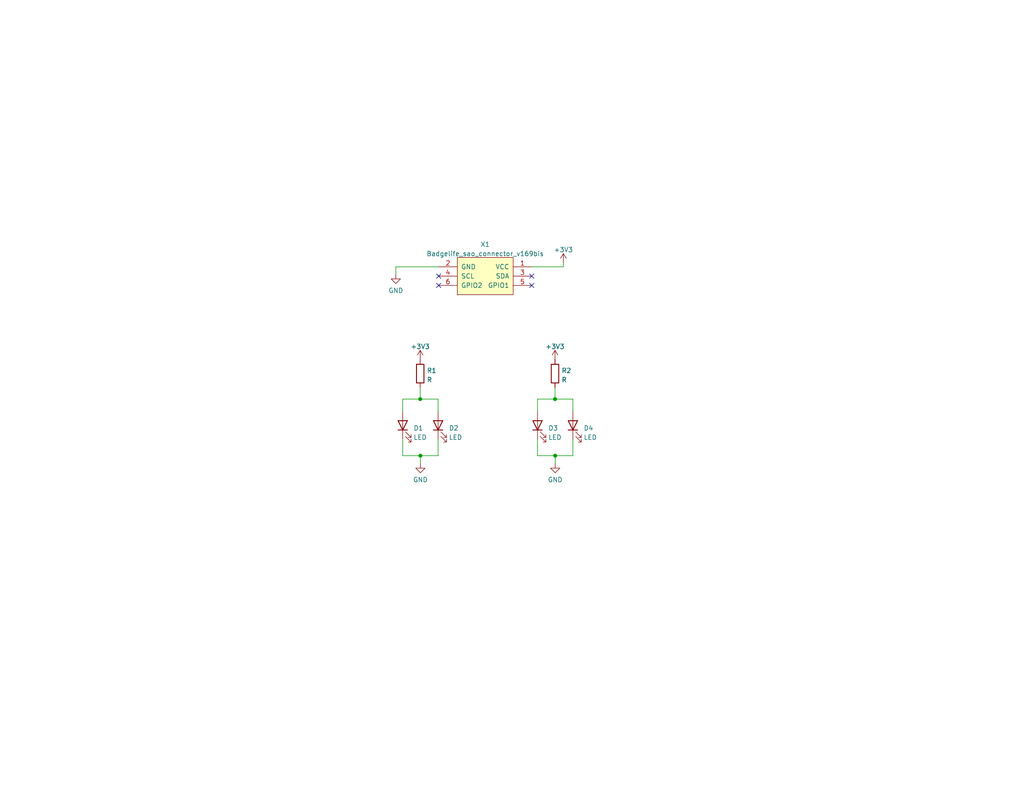
<source format=kicad_sch>
(kicad_sch (version 20211123) (generator eeschema)
  (paper "USLetter")
  (title_block (title "Mini Madge 2022 SAO") (date "2022-07-11") (rev "1.0") (company "DC801") (comment 1 "@hamster"))
  (lib_symbols
    (symbol "Device:LED" (pin_numbers hide) (pin_names (offset 1.016) hide)
      (property "Reference" "D" (at 0 2.54 0))
      (property "Value" "LED" (at 0 -2.54 0))
      (symbol "LED_0_1"
        (polyline (pts (xy -1.27 -1.27) (xy -1.27 1.27)) (stroke (width 0.254)))
        (polyline (pts (xy -1.27 0) (xy 1.27 0)))
        (polyline (pts (xy 1.27 -1.27) (xy 1.27 1.27) (xy -1.27 0) (xy 1.27 -1.27)) (stroke (width 0.254)))
        (polyline (pts (xy -3.048 -0.762) (xy -4.572 -2.286) (xy -3.81 -2.286) (xy -4.572 -2.286) (xy -4.572 -1.524)))
        (polyline (pts (xy -1.778 -0.762) (xy -3.302 -2.286) (xy -2.54 -2.286) (xy -3.302 -2.286) (xy -3.302 -1.524)))
      )
      (symbol "LED_1_1"
        (pin passive line (at -3.81 0 0) (length 2.54) (name "K") (number "1"))
        (pin passive line (at 3.81 0 180) (length 2.54) (name "A") (number "2"))
      )
    )
    (symbol "Device:R" (pin_numbers hide) (pin_names (offset 0))
      (property "Reference" "R" (at 2.032 0 90))
      (property "Value" "R" (at 0 0 90))
      (symbol "R_0_1"
        (rectangle (start -1.016 -2.54) (end 1.016 2.54) (stroke (width 0.254)))
      )
      (symbol "R_1_1"
        (pin passive line (at 0 3.81 270) (length 1.27) (name "~") (number "1"))
        (pin passive line (at 0 -3.81 90) (length 1.27) (name "~") (number "2"))
      )
    )
    (symbol "badgelife_shitty_addon_v169bis:Badgelife_sao_connector_v169bis" (pin_names (offset 1.016))
      (property "Reference" "X" (at -7.112 8.382 0))
      (property "Value" "Badgelife_sao_connector_v169bis" (at 0 6.35 0))
      (symbol "Badgelife_sao_connector_v169bis_0_1"
        (rectangle (start 7.62 5.08) (end -7.62 -5.08) (fill (type background)))
      )
      (symbol "Badgelife_sao_connector_v169bis_1_1"
        (pin input line (at 12.7 2.54 180) (length 5.08) (name "VCC") (number "1"))
        (pin input line (at -12.7 2.54 0) (length 5.08) (name "GND") (number "2"))
        (pin input line (at 12.7 0 180) (length 5.08) (name "SDA") (number "3"))
        (pin input line (at -12.7 0 0) (length 5.08) (name "SCL") (number "4"))
        (pin input line (at 12.7 -2.54 180) (length 5.08) (name "GPIO1") (number "5"))
        (pin input line (at -12.7 -2.54 0) (length 5.08) (name "GPIO2") (number "6"))
      )
    )
    (symbol "power:+3V3" (power) (pin_names (offset 0))
      (property "Value" "+3V3" (at 0 3.556 0))
      (symbol "+3V3_0_1"
        (polyline (pts (xy -0.762 1.27) (xy 0 2.54)))
        (polyline (pts (xy 0 0) (xy 0 2.54)))
        (polyline (pts (xy 0 2.54) (xy 0.762 1.27)))
      )
      (symbol "+3V3_1_1"
        (pin power_in line (at 0 0 90) (length 0) hide (name "+3V3") (number "1"))
      )
    )
    (symbol "power:GND" (power) (pin_names (offset 0))
      (property "Value" "GND" (at 0 -3.81 0))
      (symbol "GND_0_1"
        (polyline (pts (xy 0 0) (xy 0 -1.27) (xy 1.27 -1.27) (xy 0 -2.54) (xy -1.27 -1.27) (xy 0 -1.27)))
      )
      (symbol "GND_1_1"
        (pin power_in line (at 0 0 270) (length 0) hide (name "GND") (number "1"))
      )
    )
  )
  (junction (at 151.4856 124.4092))
  (junction (at 151.4348 108.966))
  (junction (at 114.7064 124.4092))
  (junction (at 114.6556 108.966))
  (no_connect (at 145.0848 77.9272))
  (no_connect (at 145.0848 75.3872))
  (no_connect (at 119.6848 75.3872))
  (no_connect (at 119.6848 77.9272))
  (wire (pts (xy 153.7208 72.8472) (xy 145.0848 72.8472)))
  (wire (pts (xy 146.6596 108.966) (xy 151.4348 108.966)))
  (wire (pts (xy 108.0008 74.8792) (xy 108.0008 72.8472)))
  (wire (pts (xy 119.5324 108.966) (xy 119.5324 112.3188)))
  (wire (pts (xy 114.7064 126.5428) (xy 114.7064 124.4092)))
  (wire (pts (xy 153.7208 71.7804) (xy 153.7208 72.8472)))
  (wire (pts (xy 156.3116 108.966) (xy 156.3116 112.3188)))
  (wire (pts (xy 109.8804 119.9388) (xy 109.8804 124.4092)))
  (wire (pts (xy 146.6596 119.9388) (xy 146.6596 124.4092)))
  (wire (pts (xy 151.4348 105.8164) (xy 151.4348 108.966)))
  (wire (pts (xy 151.4856 124.4092) (xy 156.3116 124.4092)))
  (wire (pts (xy 109.8804 108.966) (xy 114.6556 108.966)))
  (wire (pts (xy 109.8804 124.4092) (xy 114.7064 124.4092)))
  (wire (pts (xy 146.6596 112.3188) (xy 146.6596 108.966)))
  (wire (pts (xy 146.6596 124.4092) (xy 151.4856 124.4092)))
  (wire (pts (xy 151.4348 108.966) (xy 156.3116 108.966)))
  (wire (pts (xy 109.8804 112.3188) (xy 109.8804 108.966)))
  (wire (pts (xy 119.5324 124.4092) (xy 119.5324 119.9388)))
  (wire (pts (xy 114.7064 124.4092) (xy 119.5324 124.4092)))
  (wire (pts (xy 114.6556 108.966) (xy 119.5324 108.966)))
  (wire (pts (xy 114.6556 105.8164) (xy 114.6556 108.966)))
  (wire (pts (xy 108.0008 72.8472) (xy 119.6848 72.8472)))
  (wire (pts (xy 156.3116 124.4092) (xy 156.3116 119.9388)))
  (wire (pts (xy 151.4856 126.5428) (xy 151.4856 124.4092)))
  (symbol (lib_id "Device:R") (at 151.4348 102.0064 0) (unit 1)
    (property "Reference" "R2" (at 153.2128 101.1717 0) (effects (justify left)))
    (property "Value" "R" (at 153.2128 103.7086 0) (effects (justify left)))
    (property "Footprint" "Resistor_SMD:R_0805_2012Metric" (effects hide))
  )
  (symbol (lib_id "Device:LED") (at 146.6596 116.1288 90) (unit 1)
    (property "Reference" "D3" (at 149.5806 116.8816 90) (effects (justify right)))
    (property "Value" "LED" (at 149.5806 119.4185 90) (effects (justify right)))
    (property "Footprint" "LED_SMD:LED_0805_2012Metric" (effects hide))
  )
  (symbol (lib_id "power:GND") (at 108.0008 74.8792 0) (unit 1)
    (property "Reference" "#PWR01" (effects hide))
    (property "Value" "GND" (at 108.0008 79.3226 0))
  )
  (symbol (lib_id "power:+3V3") (at 153.7208 71.7804 0) (unit 1)
    (property "Reference" "#PWR06" (effects hide))
    (property "Value" "+3V3" (at 153.7208 68.2046 0))
  )
  (symbol (lib_id "Device:LED") (at 156.3116 116.1288 90) (unit 1)
    (property "Reference" "D4" (at 159.2326 116.8816 90) (effects (justify right)))
    (property "Value" "LED" (at 159.2326 119.4185 90) (effects (justify right)))
    (property "Footprint" "LED_SMD:LED_0805_2012Metric" (effects hide))
  )
  (symbol (lib_id "Device:LED") (at 109.8804 116.1288 90) (unit 1)
    (property "Reference" "D1" (at 112.8014 116.8816 90) (effects (justify right)))
    (property "Value" "LED" (at 112.8014 119.4185 90) (effects (justify right)))
    (property "Footprint" "LED_SMD:LED_0805_2012Metric" (effects hide))
  )
  (symbol (lib_id "Device:R") (at 114.6556 102.0064 0) (unit 1)
    (property "Reference" "R1" (at 116.4336 101.1717 0) (effects (justify left)))
    (property "Value" "R" (at 116.4336 103.7086 0) (effects (justify left)))
    (property "Footprint" "Resistor_SMD:R_0805_2012Metric" (effects hide))
  )
  (symbol (lib_id "Device:LED") (at 119.5324 116.1288 90) (unit 1)
    (property "Reference" "D2" (at 122.4534 116.8816 90) (effects (justify right)))
    (property "Value" "LED" (at 122.4534 119.4185 90) (effects (justify right)))
    (property "Footprint" "LED_SMD:LED_0805_2012Metric" (effects hide))
  )
  (symbol (lib_id "badgelife_shitty_addon_v169bis:Badgelife_sao_connector_v169bis") (at 132.3848 75.3872 0) (unit 1)
    (property "Reference" "X1" (at 132.3848 66.7344 0))
    (property "Value" "Badgelife_sao_connector_v169bis" (at 132.3848 69.2713 0))
    (property "Footprint" "common_fp:Badgelife-Shitty-v1.69bis" (effects hide))
  )
  (symbol (lib_id "power:+3V3") (at 151.4348 98.1964 0) (unit 1)
    (property "Reference" "#PWR04" (effects hide))
    (property "Value" "+3V3" (at 151.4348 94.6206 0))
  )
  (symbol (lib_id "power:GND") (at 114.7064 126.5428 0) (unit 1)
    (property "Reference" "#PWR03" (effects hide))
    (property "Value" "GND" (at 114.7064 130.9862 0))
  )
  (symbol (lib_id "power:GND") (at 151.4856 126.5428 0) (unit 1)
    (property "Reference" "#PWR05" (effects hide))
    (property "Value" "GND" (at 151.4856 130.9862 0))
  )
  (symbol (lib_id "power:+3V3") (at 114.6556 98.1964 0) (unit 1)
    (property "Reference" "#PWR02" (effects hide))
    (property "Value" "+3V3" (at 114.6556 94.6206 0))
  )
)
</source>
